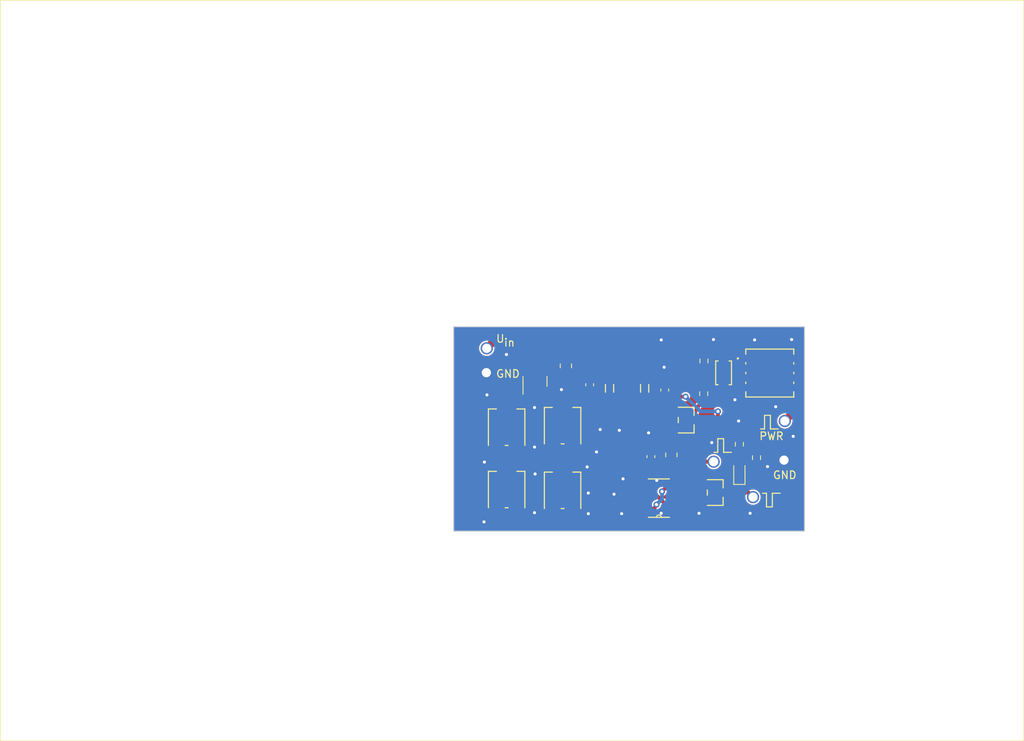
<source format=kicad_pcb>
(kicad_pcb (version 20221018) (generator pcbnew)
  (layers (0 "F.Cu" signal) (31 "B.Cu" signal) (34 "B.Paste" user) (35 "F.Paste" user) (36 "B.SilkS" user "B.Silkscreen") (37 "F.SilkS" user "F.Silkscreen") (38 "B.Mask" user) (39 "F.Mask" user) (44 "Edge.Cuts" user))
  (net 0 "")
  (net 1 "Net-(U8-VOUT)")
  (net 2 "GND1")
  (net 3 "Net-(D22-Conn)")
  (net 4 "Net-(D20-COM)")
  (net 5 "Net-(U7-CONT)")
  (net 6 "Net-(U7-RESET)")
  (net 7 "Net-(D20-A)")
  (net 8 "Net-(D20-K)")
  (net 9 "Net-(D21-K)")
  (net 10 "Net-(D21-A)")
  (net 11 "Net-(R18-Pad3)")
  (net 12 "Net-(U7-DISCH)")
  (net 13 "Net-(R20-Pad2)")
  (net 14 "Net-(U11-CATHODE)")
  (net 15 "Net-(U13-D)")
  (net 16 "Net-(D25-Conn)")
  (net 17 "Net-(D24-Conn)")
  (footprint "ul_ZXTR2012K-13:TO252-3L_DIO" (layer "F.Cu") (at 145.161 99.8855)
    (fp_text reference "U8" hide)
    (fp_text value "ZXTR2012K-13" hide)
    (fp_line (start -2.8194 3.53314) (end -2.8194 4.5466) (stroke (width 0.1524)) (layer "F.SilkS"))
    (fp_line (start -1.7526 3.53314) (end -1.7526 4.5466) (stroke (width 0.1524)) (layer "F.SilkS"))
    (fp_line (start 1.7526 3.53314) (end 1.7526 4.5466) (stroke (width 0.1524)) (layer "F.SilkS"))
    (fp_line (start 2.8194 3.53314) (end 2.8194 4.5466) (stroke (width 0.1524)) (layer "F.SilkS"))
    (pad "1" smd rect (at -2.286 6.5532) (size 1.1176 3.302) (layers "F.Cu" "F.Paste" "F.Mask") (net 2 "GND1"))
    (pad "2" smd rect (at 0 0) (size 5.6896 6.4008) (layers "F.Cu" "F.Paste" "F.Mask") (net 3 "Net-(D22-Conn)"))
    (pad "3" smd rect (at 2.286 6.5532) (size 1.1176 3.302) (layers "F.Cu" "F.Paste" "F.Mask") (net 1 "Net-(U8-VOUT)"))
  )
  (footprint "Capacitor_SMD:C_0603_1608Metric_Pad1.08x0.95mm_HandSolder" (layer "F.Cu") (at 148.2598 112.8307 90)
    (fp_text reference "C24" hide)
    (fp_text value "C" hide)
    (fp_line (start -0.146267 -0.51) (end 0.146267 -0.51) (stroke (width 0.12)) (layer "F.SilkS"))
    (fp_line (start -0.146267 0.51) (end 0.146267 0.51) (stroke (width 0.12)) (layer "F.SilkS"))
    (pad "1" smd roundrect (at -0.8625 0 90) (size 1.075 0.95) (layers "F.Cu" "F.Paste" "F.Mask") (net 5 "Net-(U7-CONT)"))
    (pad "2" smd roundrect (at 0.8625 0 90) (size 1.075 0.95) (layers "F.Cu" "F.Paste" "F.Mask") (net 2 "GND1"))
  )
  (footprint "Resistor_SMD:R_0603_1608Metric_Pad0.98x0.95mm_HandSolder" (layer "F.Cu") (at 155.1686 100.3554 -90)
    (fp_text reference "R24" hide)
    (fp_text value "R" hide)
    (fp_line (start -0.254724 -0.5225) (end 0.254724 -0.5225) (stroke (width 0.12)) (layer "F.SilkS"))
    (fp_line (start -0.254724 0.5225) (end 0.254724 0.5225) (stroke (width 0.12)) (layer "F.SilkS"))
    (pad "1" smd roundrect (at -0.9125 0 270) (size 0.975 0.95) (layers "F.Cu" "F.Paste" "F.Mask") (net 3 "Net-(D22-Conn)"))
    (pad "2" smd roundrect (at 0.9125 0 270) (size 0.975 0.95) (layers "F.Cu" "F.Paste" "F.Mask") (net 14 "Net-(U11-CATHODE)"))
  )
  (footprint "ul_3314G-1-103E:POT_3314G" (layer "F.Cu") (at 129.4638 108.9914)
    (fp_text reference "R18" hide)
    (fp_text value "3314G-1-103E" hide)
    (fp_line (start -2.3749 -2.3749) (end -2.3749 2.3749) (stroke (width 0.1524)) (layer "F.SilkS"))
    (fp_line (start -1.33604 -2.3749) (end -2.3749 -2.3749) (stroke (width 0.1524)) (layer "F.SilkS"))
    (fp_line (start -0.18796 2.3749) (end 0.18796 2.3749) (stroke (width 0.1524)) (layer "F.SilkS"))
    (fp_line (start 2.3749 -2.3749) (end 1.33604 -2.3749) (stroke (width 0.1524)) (layer "F.SilkS"))
    (fp_line (start 2.3749 -2.3749) (end 2.3749 2.3749) (stroke (width 0.1524)) (layer "F.SilkS"))
    (pad "1" smd rect (at 1.1684 2.7686) (size 1.2954 1.2954) (layers "F.Cu" "F.Paste" "F.Mask") (net 7 "Net-(D20-A)"))
    (pad "2" smd rect (at 0 -2.7686) (size 2.0066 1.2954) (layers "F.Cu" "F.Paste" "F.Mask") (net 7 "Net-(D20-A)"))
    (pad "3" smd rect (at -1.1684 2.7686) (size 1.2954 1.2954) (layers "F.Cu" "F.Paste" "F.Mask") (net 11 "Net-(R18-Pad3)"))
  )
  (footprint "Capacitor_SMD:C_0805_2012Metric_Pad1.18x1.45mm_HandSolder" (layer "F.Cu") (at 137.1854 100.9904 90)
    (fp_text reference "C23" hide)
    (fp_text value "C" hide)
    (fp_line (start -0.261252 -0.735) (end 0.261252 -0.735) (stroke (width 0.12)) (layer "F.SilkS"))
    (fp_line (start -0.261252 0.735) (end 0.261252 0.735) (stroke (width 0.12)) (layer "F.SilkS"))
    (pad "1" smd roundrect (at -1.0375 0 90) (size 1.175 1.45) (layers "F.Cu" "F.Paste" "F.Mask") (roundrect_rratio 0.2127659574) (net 4 "Net-(D20-COM)"))
    (pad "2" smd roundrect (at 1.0375 0 90) (size 1.175 1.45) (layers "F.Cu" "F.Paste" "F.Mask") (roundrect_rratio 0.2127659574) (net 2 "GND1"))
  )
  (footprint "Resistor_SMD:R_0603_1608Metric_Pad0.98x0.95mm_HandSolder" (layer "F.Cu") (at 155.1432 104.6226 -90)
    (fp_text reference "R22" hide)
    (fp_text value "R" hide)
    (fp_line (start -0.254724 -0.5225) (end 0.254724 -0.5225) (stroke (width 0.12)) (layer "F.SilkS"))
    (fp_line (start -0.254724 0.5225) (end 0.254724 0.5225) (stroke (width 0.12)) (layer "F.SilkS"))
    (pad "1" smd roundrect (at -0.9125 0 270) (size 0.975 0.95) (layers "F.Cu" "F.Paste" "F.Mask") (net 14 "Net-(U11-CATHODE)"))
    (pad "2" smd roundrect (at 0.9125 0 270) (size 0.975 0.95) (layers "F.Cu" "F.Paste" "F.Mask") (net 15 "Net-(U13-D)"))
  )
  (footprint "ul_AO3401A:SOT-23-3L_AOS" (layer "F.Cu") (at 152.8572 108.0643 -90)
    (fp_text reference "U13" hide)
    (fp_text value "AO3401A" hide)
    (fp_line (start -1.6764 -1.0287) (end -1.6764 1.0287) (stroke (width 0.1524)) (layer "F.SilkS"))
    (fp_line (start -0.61214 -1.0287) (end -1.6764 -1.0287) (stroke (width 0.1524)) (layer "F.SilkS"))
    (fp_line (start -0.34036 1.0287) (end 0.34036 1.0287) (stroke (width 0.1524)) (layer "F.SilkS"))
    (fp_line (start 1.6764 -1.0287) (end 0.61214 -1.0287) (stroke (width 0.1524)) (layer "F.SilkS"))
    (fp_line (start 1.6764 1.0287) (end 1.6764 -1.0287) (stroke (width 0.1524)) (layer "F.SilkS"))
    (pad "1" smd rect (at -0.9525 1.1938 270) (size 0.5588 1.3208) (layers "F.Cu" "F.Paste" "F.Mask") (net 16 "Net-(D25-Conn)"))
    (pad "2" smd rect (at 0.9525 1.1938 270) (size 0.5588 1.3208) (layers "F.Cu" "F.Paste" "F.Mask") (net 2 "GND1"))
    (pad "3" smd rect (at 0 -1.1938 270) (size 0.5588 1.3208) (layers "F.Cu" "F.Paste" "F.Mask") (net 15 "Net-(U13-D)"))
  )
  (footprint "ul_3314G-1-103E:POT_3314G" (layer "F.Cu") (at 129.4638 117.1194)
    (fp_text reference "R19" hide)
    (fp_text value "3314G-1-103E" hide)
    (fp_line (start -2.3749 -2.3749) (end -2.3749 2.3749) (stroke (width 0.1524)) (layer "F.SilkS"))
    (fp_line (start -1.33604 -2.3749) (end -2.3749 -2.3749) (stroke (width 0.1524)) (layer "F.SilkS"))
    (fp_line (start -0.18796 2.3749) (end 0.18796 2.3749) (stroke (width 0.1524)) (layer "F.SilkS"))
    (fp_line (start 2.3749 -2.3749) (end 1.33604 -2.3749) (stroke (width 0.1524)) (layer "F.SilkS"))
    (fp_line (start 2.3749 -2.3749) (end 2.3749 2.3749) (stroke (width 0.1524)) (layer "F.SilkS"))
    (pad "1" smd rect (at 1.1684 2.7686) (size 1.2954 1.2954) (layers "F.Cu" "F.Paste" "F.Mask") (net 11 "Net-(R18-Pad3)"))
    (pad "2" smd rect (at 0 -2.7686) (size 2.0066 1.2954) (layers "F.Cu" "F.Paste" "F.Mask") (net 11 "Net-(R18-Pad3)"))
    (pad "3" smd rect (at -1.1684 2.7686) (size 1.2954 1.2954) (layers "F.Cu" "F.Paste" "F.Mask") (net 12 "Net-(U7-DISCH)"))
  )
  (footprint "ul_NE555DR:D8" (layer "F.Cu") (at 149.3012 118.237 180)
    (fp_text reference "U7" hide)
    (fp_text value "NE555DR" hide)
    (fp_line (start -1.373653 2.5019) (end 1.373653 2.5019) (stroke (width 0.1524)) (layer "F.SilkS"))
    (fp_line (start 1.373653 -2.5019) (end -1.373653 -2.5019) (stroke (width 0.1524)) (layer "F.SilkS"))
    (fp_arc (start 0.3048 -2.5019) (mid 0 -2.1971) (end -0.3048 -2.5019) (stroke (width 0.1524)) (layer "F.SilkS"))
    (pad "1" smd rect locked (at -2.4638 -1.905 180) (size 1.9812 0.5588) (layers "F.Cu" "F.Paste" "F.Mask") (net 2 "GND1"))
    (pad "2" smd rect locked (at -2.4638 -0.635 180) (size 1.9812 0.5588) (layers "F.Cu" "F.Paste" "F.Mask") (net 4 "Net-(D20-COM)"))
    (pad "3" smd rect locked (at -2.4638 0.635 180) (size 1.9812 0.5588) (layers "F.Cu" "F.Paste" "F.Mask") (net 16 "Net-(D25-Conn)"))
    (pad "4" smd rect locked (at -2.4638 1.905 180) (size 1.9812 0.5588) (layers "F.Cu" "F.Paste" "F.Mask") (net 6 "Net-(U7-RESET)"))
    (pad "5" smd rect locked (at 2.4638 1.905 180) (size 1.9812 0.5588) (layers "F.Cu" "F.Paste" "F.Mask") (net 5 "Net-(U7-CONT)"))
    (pad "6" smd rect locked (at 2.4638 0.635 180) (size 1.9812 0.5588) (layers "F.Cu" "F.Paste" "F.Mask") (net 4 "Net-(D20-COM)"))
    (pad "7" smd rect locked (at 2.4638 -0.635 180) (size 1.9812 0.5588) (layers "F.Cu" "F.Paste" "F.Mask") (net 12 "Net-(U7-DISCH)"))
    (pad "8" smd rect locked (at 2.4638 -1.905 180) (size 1.9812 0.5588) (layers "F.Cu" "F.Paste" "F.Mask") (net 6 "Net-(U7-RESET)"))
  )
  (footprint "Capacitor_SMD:C_0603_1608Metric_Pad1.08x0.95mm_HandSolder" (layer "F.Cu") (at 140.2842 103.4553 -90)
    (fp_text reference "C22" hide)
    (fp_text value "C" hide)
    (fp_line (start -0.146267 -0.51) (end 0.146267 -0.51) (stroke (width 0.12)) (layer "F.SilkS"))
    (fp_line (start -0.146267 0.51) (end 0.146267 0.51) (stroke (width 0.12)) (layer "F.SilkS"))
    (pad "1" smd roundrect (at -0.8625 0 270) (size 1.075 0.95) (layers "F.Cu" "F.Paste" "F.Mask") (net 3 "Net-(D22-Conn)"))
    (pad "2" smd roundrect (at 0.8625 0 270) (size 1.075 0.95) (layers "F.Cu" "F.Paste" "F.Mask") (net 2 "GND1"))
  )
  (footprint "Wire_holes:WireHole_1p2" (layer "F.Cu") (at 126.873 98.7044)
    (fp_text reference "D22" hide)
    (fp_text value "WireHole_1p5" hide)
    (pad "1" thru_hole circle (at 0 0) (size 1.6 1.6) (drill 1.2) (layers "*.Cu" "*.Mask") (net 3 "Net-(D22-Conn)"))
  )
  (footprint "Capacitor_SMD:C_0805_2012Metric_Pad1.18x1.45mm_HandSolder" (layer "F.Cu") (at 150.9268 112.6021 90)
    (fp_text reference "C25" hide)
    (fp_text value "C" hide)
    (fp_line (start -0.261252 -0.735) (end 0.261252 -0.735) (stroke (width 0.12)) (layer "F.SilkS"))
    (fp_line (start -0.261252 0.735) (end 0.261252 0.735) (stroke (width 0.12)) (layer "F.SilkS"))
    (pad "1" smd roundrect (at -1.0375 0 90) (size 1.175 1.45) (layers "F.Cu" "F.Paste" "F.Mask") (roundrect_rratio 0.2127659574) (net 6 "Net-(U7-RESET)"))
    (pad "2" smd roundrect (at 1.0375 0 90) (size 1.175 1.45) (layers "F.Cu" "F.Paste" "F.Mask") (roundrect_rratio 0.2127659574) (net 2 "GND1"))
  )
  (footprint "ul_3314G-1-103E:POT_3314G" (layer "F.Cu") (at 136.7536 117.221)
    (fp_text reference "R20" hide)
    (fp_text value "3314G-1-103E" hide)
    (fp_line (start -2.3749 -2.3749) (end -2.3749 2.3749) (stroke (width 0.1524)) (layer "F.SilkS"))
    (fp_line (start -1.33604 -2.3749) (end -2.3749 -2.3749) (stroke (width 0.1524)) (layer "F.SilkS"))
    (fp_line (start -0.18796 2.3749) (end 0.18796 2.3749) (stroke (width 0.1524)) (layer "F.SilkS"))
    (fp_line (start 2.3749 -2.3749) (end 1.33604 -2.3749) (stroke (width 0.1524)) (layer "F.SilkS"))
    (fp_line (start 2.3749 -2.3749) (end 2.3749 2.3749) (stroke (width 0.1524)) (layer "F.SilkS"))
    (pad "1" smd rect (at 1.1684 2.7686) (size 1.2954 1.2954) (layers "F.Cu" "F.Paste" "F.Mask") (net 12 "Net-(U7-DISCH)"))
    (pad "2" smd rect (at 0 -2.7686) (size 2.0066 1.2954) (layers "F.Cu" "F.Paste" "F.Mask") (net 13 "Net-(R20-Pad2)"))
    (pad "3" smd rect (at -1.1684 2.7686) (size 1.2954 1.2954) (layers "F.Cu" "F.Paste" "F.Mask") (net 13 "Net-(R20-Pad2)"))
  )
  (footprint "LED_SMD:LED_0603_1608Metric_Pad1.05x0.95mm_HandSolder" (layer "F.Cu") (at 159.7914 114.794 90)
    (fp_text reference "D21" hide)
    (fp_text value "LED" hide)
    (fp_line (start -1.66 -0.735) (end -1.66 0.735) (stroke (width 0.12)) (layer "F.SilkS"))
    (fp_line (start -1.66 0.735) (end 0.8 0.735) (stroke (width 0.12)) (layer "F.SilkS"))
    (fp_line (start 0.8 -0.735) (end -1.66 -0.735) (stroke (width 0.12)) (layer "F.SilkS"))
    (pad "1" smd roundrect (at -0.875 0 90) (size 1.05 0.95) (layers "F.Cu" "F.Paste" "F.Mask") (net 9 "Net-(D21-K)"))
    (pad "2" smd roundrect (at 0.875 0 90) (size 1.05 0.95) (layers "F.Cu" "F.Paste" "F.Mask") (net 10 "Net-(D21-A)"))
  )
  (footprint "Wire_holes:WireHole_1p2" (layer "F.Cu") (at 165.608 113.284)
    (fp_text reference "D1" hide)
    (fp_text value "WireHole_1p5" hide)
    (pad "1" thru_hole circle (at 0 0) (size 1.6 1.6) (drill 1.2) (layers "*.Cu" "*.Mask") (net 2 "GND1"))
  )
  (footprint "Resistor_SMD:R_0603_1608Metric_Pad0.98x0.95mm_HandSolder" (layer "F.Cu") (at 159.7914 111.2107 90)
    (fp_text reference "R23" hide)
    (fp_text value "R" hide)
    (fp_line (start -0.254724 -0.5225) (end 0.254724 -0.5225) (stroke (width 0.12)) (layer "F.SilkS"))
    (fp_line (start -0.254724 0.5225) (end 0.254724 0.5225) (stroke (width 0.12)) (layer "F.SilkS"))
    (pad "1" smd roundrect (at -0.9125 0 90) (size 0.975 0.95) (layers "F.Cu" "F.Paste" "F.Mask") (net 10 "Net-(D21-A)"))
    (pad "2" smd roundrect (at 0.9125 0 90) (size 0.975 0.95) (layers "F.Cu" "F.Paste" "F.Mask") (net 1 "Net-(U8-VOUT)"))
  )
  (footprint "Wire_holes:WireHole_1p2" (layer "F.Cu") (at 156.4386 113.4872)
    (fp_text reference "D25" hide)
    (fp_text value "WireHole_1p5" hide)
    (pad "1" thru_hole circle (at 0 0) (size 1.6 1.6) (drill 1.2) (layers "*.Cu" "*.Mask") (net 16 "Net-(D25-Conn)"))
  )
  (footprint "ul_AO3401A:SOT-23-3L_AOS" (layer "F.Cu") (at 156.6418 117.5131 -90)
    (fp_text reference "U14" hide)
    (fp_text value "AO3401A" hide)
    (fp_line (start -1.6764 -1.0287) (end -1.6764 1.0287) (stroke (width 0.1524)) (layer "F.SilkS"))
    (fp_line (start -0.61214 -1.0287) (end -1.6764 -1.0287) (stroke (width 0.1524)) (layer "F.SilkS"))
    (fp_line (start -0.34036 1.0287) (end 0.34036 1.0287) (stroke (width 0.1524)) (layer "F.SilkS"))
    (fp_line (start 1.6764 -1.0287) (end 0.61214 -1.0287) (stroke (width 0.1524)) (layer "F.SilkS"))
    (fp_line (start 1.6764 1.0287) (end 1.6764 -1.0287) (stroke (width 0.1524)) (layer "F.SilkS"))
    (pad "1" smd rect (at -0.9525 1.1938 270) (size 0.5588 1.3208) (layers "F.Cu" "F.Paste" "F.Mask") (net 16 "Net-(D25-Conn)"))
    (pad "2" smd rect (at 0.9525 1.1938 270) (size 0.5588 1.3208) (layers "F.Cu" "F.Paste" "F.Mask") (net 2 "GND1"))
    (pad "3" smd rect (at 0 -1.1938 270) (size 0.5588 1.3208) (layers "F.Cu" "F.Paste" "F.Mask") (net 9 "Net-(D21-K)"))
  )
  (footprint "Resistor_SMD:R_0603_1608Metric_Pad0.98x0.95mm_HandSolder" (layer "F.Cu") (at 162.0266 112.9595 90)
    (fp_text reference "R25" hide)
    (fp_text value "R" hide)
    (fp_line (start -0.254724 -0.5225) (end 0.254724 -0.5225) (stroke (width 0.12)) (layer "F.SilkS"))
    (fp_line (start -0.254724 0.5225) (end 0.254724 0.5225) (stroke (width 0.12)) (layer "F.SilkS"))
    (pad "1" smd roundrect (at -0.9125 0 90) (size 0.975 0.95) (layers "F.Cu" "F.Paste" "F.Mask") (net 9 "Net-(D21-K)"))
    (pad "2" smd roundrect (at 0.9125 0 90) (size 0.975 0.95) (layers "F.Cu" "F.Paste" "F.Mask") (net 1 "Net-(U8-VOUT)"))
  )
  (footprint "ul_SI7489DP-T1-E3:MOSFET_65DP-T1-E3_VIS" (layer "F.Cu") (at 163.7538 101.9302)
    (fp_text reference "U12" hide)
    (fp_text value "SI7489DP-T1-E3" hide)
    (fp_line (start -3.1242 -3.1242) (end -3.1242 -2.44094) (stroke (width 0.1524)) (layer "F.SilkS"))
    (fp_line (start -3.1242 -1.36906) (end -3.1242 -1.17094) (stroke (width 0.1524)) (layer "F.SilkS"))
    (fp_line (start -3.1242 -0.09906) (end -3.1242 0.09906) (stroke (width 0.1524)) (layer "F.SilkS"))
    (fp_line (start -3.1242 1.17094) (end -3.1242 1.36906) (stroke (width 0.1524)) (layer "F.SilkS"))
    (fp_line (start -3.1242 2.44094) (end -3.1242 3.1242) (stroke (width 0.1524)) (layer "F.SilkS"))
    (fp_line (start -3.1242 3.1242) (end 3.1242 3.1242) (stroke (width 0.1524)) (layer "F.SilkS"))
    (fp_line (start 3.1242 -3.1242) (end -3.1242 -3.1242) (stroke (width 0.1524)) (layer "F.SilkS"))
    (fp_line (start 3.1242 -2.44094) (end 3.1242 -3.1242) (stroke (width 0.1524)) (layer "F.SilkS"))
    (fp_line (start 3.1242 -1.17094) (end 3.1242 -1.36906) (stroke (width 0.1524)) (layer "F.SilkS"))
    (fp_line (start 3.1242 0.09906) (end 3.1242 -0.09906) (stroke (width 0.1524)) (layer "F.SilkS"))
    (fp_line (start 3.1242 1.36906) (end 3.1242 1.17094) (stroke (width 0.1524)) (layer "F.SilkS"))
    (fp_line (start 3.1242 3.1242) (end 3.1242 2.44094) (stroke (width 0.1524)) (layer "F.SilkS"))
    (fp_circle (center -4.1656 -1.905) (end -4.0894 -1.905) (stroke (width 0.1524)) (fill none) (layer "F.SilkS"))
    (pad "1" smd rect (at -2.921 -1.905) (size 1.016 0.4064) (layers "F.Cu" "F.Paste" "F.Mask") (net 3 "Net-(D22-Conn)"))
    (pad "2" smd rect (at -2.921 -0.635) (size 1.016 0.4064) (layers "F.Cu" "F.Paste" "F.Mask") (net 3 "Net-(D22-Conn)"))
    (pad "3" smd rect (at -2.921 0.635) (size 1.016 0.4064) (layers "F.Cu" "F.Paste" "F.Mask") (net 3 "Net-(D22-Conn)"))
    (pad "4" smd rect (at -2.921 1.905) (size 1.016 0.4064) (layers "F.Cu" "F.Paste" "F.Mask") (net 14 "Net-(U11-CATHODE)"))
    (pad "5" smd rect (at 2.921 1.905) (size 1.016 0.4064) (layers "F.Cu" "F.Paste" "F.Mask") (net 17 "Net-(D24-Conn)"))
    (pad "6" smd rect (at 2.921 0.635) (size 1.016 0.4064) (layers "F.Cu" "F.Paste" "F.Mask") (net 17 "Net-(D24-Conn)"))
    (pad "7" smd rect (at 2.921 -0.635) (size 1.016 0.4064) (layers "F.Cu" "F.Paste" "F.Mask") (net 17 "Net-(D24-Conn)"))
    (pad "8" smd rect (at 2.921 -1.905) (size 1.016 0.4064) (layers "F.Cu" "F.Paste" "F.Mask") (net 17 "Net-(D24-Conn)"))
  )
  (footprint "ul_3314G-1-103E:POT_3314G" (layer "F.Cu") (at 136.7536 108.7882)
    (fp_text reference "R21" hide)
    (fp_text value "3314G-1-103E" hide)
    (fp_line (start -2.3749 -2.3749) (end -2.3749 2.3749) (stroke (width 0.1524)) (layer "F.SilkS"))
    (fp_line (start -1.33604 -2.3749) (end -2.3749 -2.3749) (stroke (width 0.1524)) (layer "F.SilkS"))
    (fp_line (start -0.18796 2.3749) (end 0.18796 2.3749) (stroke (width 0.1524)) (layer "F.SilkS"))
    (fp_line (start 2.3749 -2.3749) (end 1.33604 -2.3749) (stroke (width 0.1524)) (layer "F.SilkS"))
    (fp_line (start 2.3749 -2.3749) (end 2.3749 2.3749) (stroke (width 0.1524)) (layer "F.SilkS"))
    (pad "1" smd rect (at 1.1684 2.7686) (size 1.2954 1.2954) (layers "F.Cu" "F.Paste" "F.Mask") (net 13 "Net-(R20-Pad2)"))
    (pad "2" smd rect (at 0 -2.7686) (size 2.0066 1.2954) (layers "F.Cu" "F.Paste" "F.Mask") (net 8 "Net-(D20-K)"))
    (pad "3" smd rect (at -1.1684 2.7686) (size 1.2954 1.2954) (layers "F.Cu" "F.Paste" "F.Mask") (net 8 "Net-(D20-K)"))
  )
  (footprint "ul_MMSZ4697T1G:SOD-123_ONS" (layer "F.Cu") (at 157.734 101.9048 90)
    (fp_text reference "U11" hide)
    (fp_text value "MMSZ4697T1G" hide)
    (fp_line (start -1.5494 -1.0287) (end -1.5494 -0.71374) (stroke (width 0.1524)) (layer "F.SilkS"))
    (fp_line (start -1.5494 0.71374) (end -1.5494 1.0287) (stroke (width 0.1524)) (layer "F.SilkS"))
    (fp_line (start -1.5494 1.0287) (end 1.5494 1.0287) (stroke (width 0.1524)) (layer "F.SilkS"))
    (fp_line (start 1.5494 -1.0287) (end -1.5494 -1.0287) (stroke (width 0.1524)) (layer "F.SilkS"))
    (fp_line (start 1.5494 -0.71374) (end 1.5494 -1.0287) (stroke (width 0.1524)) (layer "F.SilkS"))
    (fp_line (start 1.5494 1.0287) (end 1.5494 0.71374) (stroke (width 0.1524)) (layer "F.SilkS"))
    (pad "1" smd rect (at -1.6764 0 90) (size 1.2192 0.762) (layers "F.Cu" "F.Paste" "F.Mask") (net 14 "Net-(U11-CATHODE)"))
    (pad "2" smd rect (at 1.6764 0 90) (size 1.2192 0.762) (layers "F.Cu" "F.Paste" "F.Mask") (net 3 "Net-(D22-Conn)"))
  )
  (footprint "Capacitor_SMD:C_0603_1608Metric_Pad1.08x0.95mm_HandSolder" (layer "F.Cu") (at 150.0632 104.1411 90)
    (fp_text reference "C21" hide)
    (fp_text value "C" hide)
    (fp_line (start -0.146267 -0.51) (end 0.146267 -0.51) (stroke (width 0.12)) (layer "F.SilkS"))
    (fp_line (start -0.146267 0.51) (end 0.146267 0.51) (stroke (width 0.12)) (layer "F.SilkS"))
    (pad "1" smd roundrect (at -0.8625 0 90) (size 1.075 0.95) (layers "F.Cu" "F.Paste" "F.Mask") (net 1 "Net-(U8-VOUT)"))
    (pad "2" smd roundrect (at 0.8625 0 90) (size 1.075 0.95) (layers "F.Cu" "F.Paste" "F.Mask") (net 2 "GND1"))
  )
  (footprint "Wire_holes:WireHole_1p2" (layer "F.Cu") (at 161.5694 118.11)
    (fp_text reference "D26" hide)
    (fp_text value "WireHole_1p5" hide)
    (pad "1" thru_hole circle (at 0 0) (size 1.6 1.6) (drill 1.2) (layers "*.Cu" "*.Mask") (net 9 "Net-(D21-K)"))
  )
  (footprint "Wire_holes:WireHole_1p2" (layer "F.Cu") (at 165.7096 108.1786)
    (fp_text reference "D24" hide)
    (fp_text value "WireHole_1p5" hide)
    (pad "1" thru_hole circle (at 0 0) (size 1.6 1.6) (drill 1.2) (layers "*.Cu" "*.Mask") (net 17 "Net-(D24-Conn)"))
  )
  (footprint "Package_TO_SOT_SMD:SOT-23" (layer "F.Cu") (at 133.162 103.0247 90)
    (fp_text reference "D20" hide)
    (fp_text value "BAT54S" hide)
    (fp_line (start 0 -1.56) (end -1.675 -1.56) (stroke (width 0.12)) (layer "F.SilkS"))
    (fp_line (start 0 -1.56) (end 0.65 -1.56) (stroke (width 0.12)) (layer "F.SilkS"))
    (fp_line (start 0 1.56) (end -0.65 1.56) (stroke (width 0.12)) (layer "F.SilkS"))
    (fp_line (start 0 1.56) (end 0.65 1.56) (stroke (width 0.12)) (layer "F.SilkS"))
    (pad "1" smd roundrect (at -0.9375 -0.95 90) (size 1.475 0.6) (layers "F.Cu" "F.Paste" "F.Mask") (net 7 "Net-(D20-A)"))
    (pad "2" smd roundrect (at -0.9375 0.95 90) (size 1.475 0.6) (layers "F.Cu" "F.Paste" "F.Mask") (net 8 "Net-(D20-K)"))
    (pad "3" smd roundrect (at 0.9375 0 90) (size 1.475 0.6) (layers "F.Cu" "F.Paste" "F.Mask") (net 4 "Net-(D20-COM)"))
  )
  (footprint "Wire_holes:WireHole_1p2" (layer "F.Cu") (at 126.8222 101.8794)
    (fp_text reference "D23" hide)
    (fp_text value "WireHole_1p5" hide)
    (pad "1" thru_hole circle (at 0 0) (size 1.6 1.6) (drill 1.2) (layers "*.Cu" "*.Mask") (net 2 "GND1"))
  )
  (gr_line (start 163.322 119.38) (end 164.084 119.38) (stroke (width 0.15)) (layer "F.SilkS"))
  (gr_line (start 63.5 53.34) (end 196.85 53.34) (stroke (width 0.1)) (layer "F.SilkS"))
  (gr_line (start 157.734 110.49) (end 157.734 112.268) (stroke (width 0.15)) (layer "F.SilkS"))
  (gr_line (start 163.068 107.442) (end 163.83 107.442) (stroke (width 0.15)) (layer "F.SilkS"))
  (gr_line (start 163.83 109.22) (end 164.846 109.22) (stroke (width 0.15)) (layer "F.SilkS"))
  (gr_line (start 164.084 119.38) (end 164.084 117.602) (stroke (width 0.15)) (layer "F.SilkS"))
  (gr_line (start 162.814 117.602) (end 163.322 117.602) (stroke (width 0.15)) (layer "F.SilkS"))
  (gr_line (start 163.83 107.442) (end 163.83 109.22) (stroke (width 0.15)) (layer "F.SilkS"))
  (gr_line (start 196.85 149.86) (end 63.5 149.86) (stroke (width 0.1)) (layer "F.SilkS"))
  (gr_line (start 157.734 112.268) (end 158.75 112.268) (stroke (width 0.15)) (layer "F.SilkS"))
  (gr_line (start 163.068 109.22) (end 163.068 107.442) (stroke (width 0.15)) (layer "F.SilkS"))
  (gr_line (start 196.85 53.34) (end 196.85 149.86) (stroke (width 0.1)) (layer "F.SilkS"))
  (gr_line (start 156.972 112.268) (end 156.972 110.49) (stroke (width 0.15)) (layer "F.SilkS"))
  (gr_line (start 156.464 112.268) (end 156.972 112.268) (stroke (width 0.15)) (layer "F.SilkS"))
  (gr_line (start 162.56 109.22) (end 163.068 109.22) (stroke (width 0.15)) (layer "F.SilkS"))
  (gr_line (start 164.084 117.602) (end 165.1 117.602) (stroke (width 0.15)) (layer "F.SilkS"))
  (gr_line (start 156.972 110.49) (end 157.734 110.49) (stroke (width 0.15)) (layer "F.SilkS"))
  (gr_line (start 63.5 149.86) (end 63.5 53.34) (stroke (width 0.1)) (layer "F.SilkS"))
  (gr_line (start 163.322 117.602) (end 163.322 119.38) (stroke (width 0.15)) (layer "F.SilkS"))
  (gr_line (start 122.555 122.555) (end 168.275 122.555) (stroke (width 0.1)) (layer "Edge.Cuts"))
  (gr_line (start 168.275 122.555) (end 168.275 95.885) (stroke (width 0.1)) (layer "Edge.Cuts"))
  (gr_line (start 168.275 95.885) (end 122.555 95.885) (stroke (width 0.1)) (layer "Edge.Cuts"))
  (gr_line (start 122.555 95.885) (end 122.555 122.555) (stroke (width 0.1)) (layer "Edge.Cuts"))
  (gr_text "GND" (at 164.084 115.824) (layer "F.SilkS") (effects (font (size 1 1)) (justify left bottom)))
  (gr_text "U" (at 128.016 98.044) (layer "F.SilkS") (effects (font (size 1 1)) (justify left bottom)))
  (gr_text "GND" (at 128.016 102.616) (layer "F.SilkS") (effects (font (size 1 1)) (justify left bottom)))
  (gr_text "in" (at 129.032 98.552) (layer "F.SilkS") (effects (font (size 1 1)) (justify left bottom)))
  (gr_text "PWR" (at 162.306 110.744) (layer "F.SilkS") (effects (font (size 1 1)) (justify left bottom)))
  (segment (start 156.9974 108.4834) (end 156.9974 106.934) (width 0.5) (layer "F.Cu") (net 1))
  (segment (start 147.8153 106.807) (end 147.447 106.4387) (width 0.5) (layer "F.Cu") (net 1))
  (segment (start 150.0632 105.8164) (end 149.0726 106.807) (width 0.5) (layer "F.Cu") (net 1))
  (segment (start 161.0474 110.2982) (end 159.7914 110.2982) (width 0.5) (layer "F.Cu") (net 1))
  (segment (start 158.8122 110.2982) (end 156.9974 108.4834) (width 0.5) (layer "F.Cu") (net 1))
  (segment (start 152.781 105.0036) (end 150.0632 105.0036) (width 0.5) (layer "F.Cu") (net 1))
  (segment (start 162.0266 111.2774) (end 161.0474 110.2982) (width 0.5) (layer "F.Cu") (net 1))
  (segment (start 159.7914 110.2982) (end 158.8122 110.2982) (width 0.5) (layer "F.Cu") (net 1))
  (segment (start 162.0266 112.047) (end 162.0266 111.2774) (width 0.5) (layer "F.Cu") (net 1))
  (segment (start 150.0632 105.0036) (end 150.0632 105.8164) (width 0.5) (layer "F.Cu") (net 1))
  (segment (start 149.0726 106.807) (end 147.8153 106.807) (width 0.5) (layer "F.Cu") (net 1))
  (via (at 152.781 105.0036) (size 0.8) (drill 0.4) (layers "F.Cu" "B.Cu") (net 1))
  (via (at 156.9974 106.934) (size 0.8) (drill 0.4) (layers "F.Cu" "B.Cu") (net 1))
  (segment (start 154.7114 106.934) (end 152.781 105.0036) (width 0.5) (layer "B.Cu") (net 1))
  (segment (start 156.9974 106.934) (end 154.7114 106.934) (width 0.5) (layer "B.Cu") (net 1))
  (via (at 144.4498 120.269) (size 0.8) (drill 0.4) (layers "F.Cu" "B.Cu") (net 2))
  (via (at 161.7726 97.6122) (size 0.8) (drill 0.4) (layers "F.Cu" "B.Cu") (net 2))
  (via (at 166.5986 97.5614) (size 0.8) (drill 0.4) (layers "F.Cu" "B.Cu") (net 2))
  (via (at 144.145 109.3978) (size 0.8) (drill 0.4) (layers "F.Cu" "B.Cu") (net 2))
  (via (at 133.096 120.142) (size 0.8) (drill 0.4) (layers "F.Cu" "B.Cu") (net 2))
  (via (at 129.4384 99.5172) (size 0.8) (drill 0.4) (layers "F.Cu" "B.Cu") (net 2))
  (via (at 140.1064 120.269) (size 0.8) (drill 0.4) (layers "F.Cu" "B.Cu") (net 2))
  (via (at 149.606 120.2182) (size 0.8) (drill 0.4) (layers "F.Cu" "B.Cu") (net 2))
  (via (at 144.6276 115.7224) (size 0.8) (drill 0.4) (layers "F.Cu" "B.Cu") (net 2))
  (via (at 147.955 109.728) (size 0.8) (drill 0.4) (layers "F.Cu" "B.Cu") (net 2))
  (via (at 164.5158 106.3244) (size 0.8) (drill 0.4) (layers "F.Cu" "B.Cu") (net 2))
  (via (at 161.1884 120.2182) (size 0.8) (drill 0.4) (layers "F.Cu" "B.Cu") (net 2))
  (via (at 136.6012 104.0892) (size 0.8) (drill 0.4) (layers "F.Cu" "B.Cu") (net 2))
  (via (at 133.1722 115.0874) (size 0.8) (drill 0.4) (layers "F.Cu" "B.Cu") (net 2))
  (via (at 141.1732 112.2172) (size 0.8) (drill 0.4) (layers "F.Cu" "B.Cu") (net 2))
  (via (at 159.2072 105.41) (size 0.8) (drill 0.4) (layers "F.Cu" "B.Cu") (net 2))
  (via (at 126.5174 121.3358) (size 0.8) (drill 0.4) (layers "F.Cu" "B.Cu") (net 2))
  (via (at 159.6898 108.1786) (size 0.8) (drill 0.4) (layers "F.Cu" "B.Cu") (net 2))
  (via (at 133.096 111.5822) (size 0.8) (drill 0.4) (layers "F.Cu" "B.Cu") (net 2))
  (via (at 156.1846 110.998) (size 0.8) (drill 0.4) (layers "F.Cu" "B.Cu") (net 2))
  (via (at 149.987 101.1682) (size 0.8) (drill 0.4) (layers "F.Cu" "B.Cu") (net 2))
  (via (at 139.954 114.173) (size 0.8) (drill 0.4) (layers "F.Cu" "B.Cu") (net 2))
  (via (at 149.606 97.6122) (size 0.8) (drill 0.4) (layers "F.Cu" "B.Cu") (net 2))
  (via (at 140.1064 117.5766) (size 0.8) (drill 0.4) (layers "F.Cu" "B.Cu") (net 2))
  (via (at 166.8018 110.1852) (size 0.8) (drill 0.4) (layers "F.Cu" "B.Cu") (net 2))
  (via (at 143.4592 117.729) (size 0.8) (drill 0.4) (layers "F.Cu" "B.Cu") (net 2))
  (via (at 154.5336 120.2182) (size 0.8) (drill 0.4) (layers "F.Cu" "B.Cu") (net 2))
  (via (at 156.4132 97.5614) (size 0.8) (drill 0.4) (layers "F.Cu" "B.Cu") (net 2))
  (via (at 126.5682 113.538) (size 0.8) (drill 0.4) (layers "F.Cu" "B.Cu") (net 2))
  (via (at 133.096 106.426) (size 0.8) (drill 0.4) (layers "F.Cu" "B.Cu") (net 2))
  (via (at 163.449 114.1222) (size 0.8) (drill 0.4) (layers "F.Cu" "B.Cu") (net 2))
  (via (at 149.0218 115.9256) (size 0.8) (drill 0.4) (layers "F.Cu" "B.Cu") (net 2))
  (via (at 126.8984 104.775) (size 0.8) (drill 0.4) (layers "F.Cu" "B.Cu") (net 2))
  (via (at 141.6558 109.2962) (size 0.8) (drill 0.4) (layers "F.Cu" "B.Cu") (net 2))
  (segment (start 145.5801 99.4664) (end 145.161 99.8855) (width 1) (layer "F.Cu") (net 3))
  (segment (start 143.256 97.8916) (end 127.6858 97.8916) (width 1) (layer "F.Cu") (net 3))
  (segment (start 156.9974 99.4918) (end 155.2175 99.4918) (width 1) (layer "F.Cu") (net 3))
  (segment (start 142.4537 102.5928) (end 145.161 99.8855) (width 1) (layer "F.Cu") (net 3))
  (segment (start 145.161 99.8855) (end 143.256 97.9805) (width 1) (layer "F.Cu") (net 3))
  (segment (start 157.734 100.2284) (end 156.9974 99.4918) (width 1) (layer "F.Cu") (net 3))
  (segment (start 160.8328 100.0252) (end 157.9372 100.0252) (width 1) (layer "F.Cu") (net 3))
  (segment (start 155.1451 99.4664) (end 145.5801 99.4664) (width 1) (layer "F.Cu") (net 3))
  (segment (start 160.8328 102.5652) (end 160.8328 100.0252) (width 1) (layer "F.Cu") (net 3))
  (segment (start 155.1686 99.4429) (end 155.1451 99.4664) (width 1) (layer "F.Cu") (net 3))
  (segment (start 140.2842 102.5928) (end 142.4537 102.5928) (width 1) (layer "F.Cu") (net 3))
  (segment (start 143.256 97.9805) (end 143.256 97.8916) (width 1) (layer "F.Cu") (net 3))
  (segment (start 157.9372 100.0252) (end 157.734 100.2284) (width 1) (layer "F.Cu") (net 3))
  (segment (start 127.6858 97.8916) (end 126.873 98.7044) (width 1) (layer "F.Cu") (net 3))
  (segment (start 155.2175 99.4918) (end 155.1686 99.4429) (width 1) (layer "F.Cu") (net 3))
  (segment (start 148.717 117.602) (end 146.8374 117.602) (width 0.5) (layer "F.Cu") (net 4))
  (segment (start 151.765 118.872) (end 149.987 118.872) (width 0.5) (layer "F.Cu") (net 4))
  (segment (start 137.1854 102.0279) (end 133.2213 102.0279) (width 0.5) (layer "F.Cu") (net 4))
  (segment (start 138.7348 103.5773) (end 138.7348 107.4928) (width 0.5) (layer "F.Cu") (net 4))
  (segment (start 144.9324 117.602) (end 146.8374 117.602) (width 0.5) (layer "F.Cu") (net 4))
  (segment (start 149.987 118.872) (end 148.717 117.602) (width 0.5) (layer "F.Cu") (net 4))
  (segment (start 137.1854 102.0279) (end 138.7348 103.5773) (width 0.5) (layer "F.Cu") (net 4))
  (segment (start 139.8524 108.6104) (end 139.8524 112.522) (width 0.5) (layer "F.Cu") (net 4))
  (segment (start 139.8524 112.522) (end 144.9324 117.602) (width 0.5) (layer "F.Cu") (net 4))
  (segment (start 133.2213 102.0279) (end 133.162 102.0872) (width 0.5) (layer "F.Cu") (net 4))
  (segment (start 138.7348 107.4928) (end 139.8524 108.6104) (width 0.5) (layer "F.Cu") (net 4))
  (segment (start 146.8374 116.332) (end 146.8374 115.1156) (width 0.5) (layer "F.Cu") (net 5))
  (segment (start 146.8374 115.1156) (end 148.2598 113.6932) (width 0.5) (layer "F.Cu") (net 5))
  (segment (start 148.082 120.142) (end 146.8374 120.142) (width 0.5) (layer "F.Cu") (net 6))
  (segment (start 148.992612 119.231388) (end 148.082 120.142) (width 0.5) (layer "F.Cu") (net 6))
  (segment (start 148.992612 119.078988) (end 148.992612 119.231388) (width 0.5) (layer "F.Cu") (net 6))
  (segment (start 150.749 116.332) (end 151.765 116.332) (width 0.5) (layer "F.Cu") (net 6))
  (segment (start 151.765 116.332) (end 151.765 114.4778) (width 0.5) (layer "F.Cu") (net 6))
  (segment (start 151.765 114.4778) (end 150.9268 113.6396) (width 0.5) (layer "F.Cu") (net 6))
  (segment (start 149.7076 117.3734) (end 150.749 116.332) (width 0.5) (layer "F.Cu") (net 6))
  (via (at 148.992612 119.078988) (size 0.8) (drill 0.4) (layers "F.Cu" "B.Cu") (net 6))
  (via (at 149.7076 117.3734) (size 0.8) (drill 0.4) (layers "F.Cu" "B.Cu") (net 6))
  (segment (start 149.7076 118.364) (end 148.992612 119.078988) (width 0.5) (layer "B.Cu") (net 6))
  (segment (start 149.7076 117.3734) (end 149.7076 118.364) (width 0.5) (layer "B.Cu") (net 6))
  (segment (start 131.7244 103.9622) (end 129.4638 106.2228) (width 0.5) (layer "F.Cu") (net 7))
  (segment (start 130.6322 111.76) (end 130.6322 107.3912) (width 0.5) (layer "F.Cu") (net 7))
  (segment (start 132.212 103.9622) (end 131.7244 103.9622) (width 0.5) (layer "F.Cu") (net 7))
  (segment (start 130.6322 107.3912) (end 129.4638 106.2228) (width 0.5) (layer "F.Cu") (net 7))
  (segment (start 136.7536 106.0196) (end 136.1694 106.0196) (width 0.5) (layer "F.Cu") (net 8))
  (segment (start 135.5852 111.5568) (end 135.5852 107.188) (width 0.5) (layer "F.Cu") (net 8))
  (segment (start 135.5852 107.188) (end 136.7536 106.0196) (width 0.5) (layer "F.Cu") (net 8))
  (segment (start 136.1694 106.0196) (end 134.112 103.9622) (width 0.5) (layer "F.Cu") (net 8))
  (segment (start 157.8356 117.5131) (end 159.8168 117.5131) (width 0.5) (layer "F.Cu") (net 9))
  (segment (start 160.9344 115.6716) (end 160.9318 115.669) (width 0.5) (layer "F.Cu") (net 9))
  (segment (start 160.9725 117.5131) (end 161.5694 118.11) (width 0.5) (layer "F.Cu") (net 9))
  (segment (start 159.7914 115.669) (end 159.7914 117.4877) (width 0.5) (layer "F.Cu") (net 9))
  (segment (start 159.8168 117.5131) (end 160.9725 117.5131) (width 0.5) (layer "F.Cu") (net 9))
  (segment (start 160.9318 115.669) (end 159.7914 115.669) (width 0.5) (layer "F.Cu") (net 9))
  (segment (start 162.0266 114.5794) (end 160.9344 115.6716) (width 0.5) (layer "F.Cu") (net 9))
  (segment (start 162.0266 113.872) (end 162.0266 114.5794) (width 0.5) (layer "F.Cu") (net 9))
  (segment (start 159.7914 117.4877) (end 159.8168 117.5131) (width 0.5) (layer "F.Cu") (net 9))
  (segment (start 159.7914 113.919) (end 159.7914 112.1232) (width 0.5) (layer "F.Cu") (net 10))
  (segment (start 130.6322 115.5192) (end 129.4638 114.3508) (width 0.5) (layer "F.Cu") (net 11))
  (segment (start 130.6322 119.888) (end 130.6322 115.5192) (width 0.5) (layer "F.Cu") (net 11))
  (segment (start 128.2954 111.76) (end 128.2954 113.1824) (width 0.5) (layer "F.Cu") (net 11))
  (segment (start 128.2954 113.1824) (end 129.4638 114.3508) (width 0.5) (layer "F.Cu") (net 11))
  (segment (start 129.6162 121.2088) (end 137.6934 121.2088) (width 0.5) (layer "F.Cu") (net 12))
  (segment (start 146.8374 118.872) (end 139.0396 118.872) (width 0.5) (layer "F.Cu") (net 12))
  (segment (start 137.6934 121.2088) (end 137.6934 120.2182) (width 0.5) (layer "F.Cu") (net 12))
  (segment (start 128.2954 119.888) (end 129.6162 121.2088) (width 0.5) (layer "F.Cu") (net 12))
  (segment (start 137.6934 120.2182) (end 137.922 119.9896) (width 0.5) (layer "F.Cu") (net 12))
  (segment (start 139.0396 118.872) (end 137.922 119.9896) (width 0.5) (layer "F.Cu") (net 12))
  (segment (start 135.5852 119.9896) (end 135.5852 115.6208) (width 0.5) (layer "F.Cu") (net 13))
  (segment (start 137.922 113.284) (end 136.7536 114.4524) (width 0.5) (layer "F.Cu") (net 13))
  (segment (start 135.5852 115.6208) (end 136.7536 114.4524) (width 0.5) (layer "F.Cu") (net 13))
  (segment (start 137.922 111.5568) (end 137.922 113.284) (width 0.5) (layer "F.Cu") (net 13))
  (segment (start 157.6051 103.7101) (end 157.734 103.5812) (width 0.5) (layer "F.Cu") (net 14))
  (segment (start 155.1432 103.7101) (end 155.1432 101.2933) (width 0.5) (layer "F.Cu") (net 14))
  (segment (start 155.1432 103.7101) (end 157.6051 103.7101) (width 0.5) (layer "F.Cu") (net 14))
  (segment (start 156.9955 103.5812) (end 157.734 103.5812) (width 0.25) (layer "F.Cu") (net 14))
  (segment (start 155.1432 101.2933) (end 155.1686 101.2679) (width 0.5) (layer "F.Cu") (net 14))
  (segment (start 160.8328 103.8352) (end 157.988 103.8352) (width 0.5) (layer "F.Cu") (net 14))
  (segment (start 157.988 103.8352) (end 157.734 103.5812) (width 0.5) (layer "F.Cu") (net 14))
  (segment (start 154.051 106.6273) (end 155.1432 105.5351) (width 0.5) (layer "F.Cu") (net 15))
  (segment (start 154.051 108.0643) (end 154.051 106.6273) (width 0.5) (layer "F.Cu") (net 15))
  (segment (start 151.6634 107.1118) (end 152.9406 108.389) (width 0.5) (layer "F.Cu") (net 16))
  (segment (start 154.0256 116.5606) (end 154.432 116.5606) (width 0.5) (layer "F.Cu") (net 16))
  (segment (start 156.4386 113.4872) (end 154.3812 113.4872) (width 0.5) (layer "F.Cu") (net 16))
  (segment (start 154.3812 116.5098) (end 154.432 116.5606) (width 0.5) (layer "F.Cu") (net 16))
  (segment (start 154.432 116.5606) (end 155.448 116.5606) (width 0.5) (layer "F.Cu") (net 16))
  (segment (start 154.3812 113.4872) (end 154.3812 116.5098) (width 0.5) (layer "F.Cu") (net 16))
  (segment (start 152.9842 117.602) (end 154.0256 116.5606) (width 0.5) (layer "F.Cu") (net 16))
  (segment (start 151.765 117.602) (end 152.9842 117.602) (width 0.5) (layer "F.Cu") (net 16))
  (segment (start 154.3812 111.5822) (end 154.3812 113.4872) (width 0.5) (layer "F.Cu") (net 16))
  (segment (start 152.9406 110.1416) (end 154.3812 111.5822) (width 0.5) (layer "F.Cu") (net 16))
  (segment (start 152.9406 108.389) (end 152.9406 110.1416) (width 0.5) (layer "F.Cu") (net 16))
  (segment (start 166.7256 107.1626) (end 166.7256 103.886) (width 1) (layer "F.Cu") (net 17))
  (segment (start 165.7096 108.1786) (end 166.7256 107.1626) (width 1) (layer "F.Cu") (net 17))
  (segment (start 166.7256 103.886) (end 166.6748 103.8352) (width 1) (layer "F.Cu") (net 17))
  (segment (start 166.6748 103.8352) (end 166.6748 100.0252) (width 1) (layer "F.Cu") (net 17))
  (zone (net 2) (net_name "GND1") (layers "F&B.Cu") (connect_pads yes (clearance 0.2)) (min_thickness 0.2) (fill yes (thermal_gap 0.5) (thermal_bridge_width 0.5))
    (polygon (pts (xy 168.2496 95.9104) (xy 122.5804 95.9104) (xy 122.5804 122.5296) (xy 168.2496 122.5296)))
  )
)
</source>
